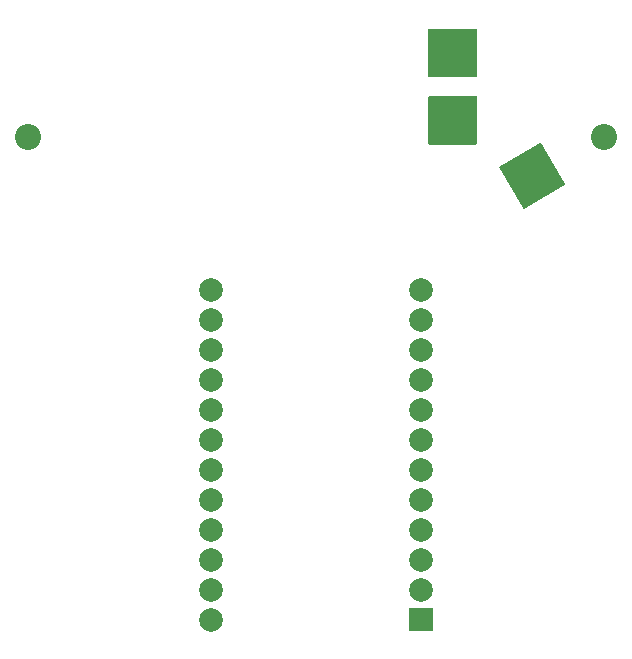
<source format=gbr>
G04 #@! TF.GenerationSoftware,KiCad,Pcbnew,(5.1.10)-1*
G04 #@! TF.CreationDate,2021-05-30T11:34:14-07:00*
G04 #@! TF.ProjectId,snowstake,736e6f77-7374-4616-9b65-2e6b69636164,0.1*
G04 #@! TF.SameCoordinates,Original*
G04 #@! TF.FileFunction,Soldermask,Bot*
G04 #@! TF.FilePolarity,Negative*
%FSLAX46Y46*%
G04 Gerber Fmt 4.6, Leading zero omitted, Abs format (unit mm)*
G04 Created by KiCad (PCBNEW (5.1.10)-1) date 2021-05-30 11:34:14*
%MOMM*%
%LPD*%
G01*
G04 APERTURE LIST*
%ADD10C,2.202000*%
%ADD11C,2.002000*%
%ADD12C,0.100000*%
G04 APERTURE END LIST*
D10*
X227584000Y-124968000D03*
X178816000Y-124968000D03*
G36*
G01*
X220711782Y-131027551D02*
X218711782Y-127563449D01*
G75*
G02*
X218730449Y-127493782I44167J25500D01*
G01*
X222194551Y-125493782D01*
G75*
G02*
X222264218Y-125512449I25500J-44167D01*
G01*
X224264218Y-128976551D01*
G75*
G02*
X224245551Y-129046218I-44167J-25500D01*
G01*
X220781449Y-131046218D01*
G75*
G02*
X220711782Y-131027551I-25500J44167D01*
G01*
G37*
G36*
G01*
X212706000Y-125571000D02*
X212706000Y-121571000D01*
G75*
G02*
X212757000Y-121520000I51000J0D01*
G01*
X216757000Y-121520000D01*
G75*
G02*
X216808000Y-121571000I0J-51000D01*
G01*
X216808000Y-125571000D01*
G75*
G02*
X216757000Y-125622000I-51000J0D01*
G01*
X212757000Y-125622000D01*
G75*
G02*
X212706000Y-125571000I0J51000D01*
G01*
G37*
G36*
G01*
X212706000Y-119856000D02*
X212706000Y-115856000D01*
G75*
G02*
X212757000Y-115805000I51000J0D01*
G01*
X216757000Y-115805000D01*
G75*
G02*
X216808000Y-115856000I0J-51000D01*
G01*
X216808000Y-119856000D01*
G75*
G02*
X216757000Y-119907000I-51000J0D01*
G01*
X212757000Y-119907000D01*
G75*
G02*
X212706000Y-119856000I0J51000D01*
G01*
G37*
D11*
X194307460Y-137910280D03*
X194307460Y-140450280D03*
X194307460Y-142990280D03*
X194307460Y-145530280D03*
X194307460Y-148070280D03*
X194307460Y-150610280D03*
X194307460Y-153150280D03*
X194307460Y-155690280D03*
X194307460Y-158230280D03*
X194307460Y-160770280D03*
X194307460Y-163310280D03*
X194307460Y-165850280D03*
X212087460Y-137910280D03*
X212087460Y-140450280D03*
X212087460Y-142990280D03*
X212087460Y-145530280D03*
X212087460Y-148070280D03*
X212087460Y-150610280D03*
X212087460Y-153150280D03*
X212087460Y-155690280D03*
X212087460Y-158230280D03*
X212087460Y-160770280D03*
X212087460Y-163310280D03*
G36*
G01*
X213088460Y-164900280D02*
X213088460Y-166800280D01*
G75*
G02*
X213037460Y-166851280I-51000J0D01*
G01*
X211137460Y-166851280D01*
G75*
G02*
X211086460Y-166800280I0J51000D01*
G01*
X211086460Y-164900280D01*
G75*
G02*
X211137460Y-164849280I51000J0D01*
G01*
X213037460Y-164849280D01*
G75*
G02*
X213088460Y-164900280I0J-51000D01*
G01*
G37*
D12*
G36*
X222240450Y-125467281D02*
G01*
X224291451Y-129019718D01*
X224291451Y-129021718D01*
X224290719Y-129022450D01*
X220738282Y-131073451D01*
X220736282Y-131073451D01*
X220735550Y-131072719D01*
X218684549Y-127520282D01*
X218684549Y-127520014D01*
X218689014Y-127520014D01*
X220738014Y-131068986D01*
X224286986Y-129019986D01*
X222237986Y-125471014D01*
X218689014Y-127520014D01*
X218684549Y-127520014D01*
X218684549Y-127518282D01*
X218685281Y-127517550D01*
X222237718Y-125466549D01*
X222239718Y-125466549D01*
X222240450Y-125467281D01*
G37*
M02*

</source>
